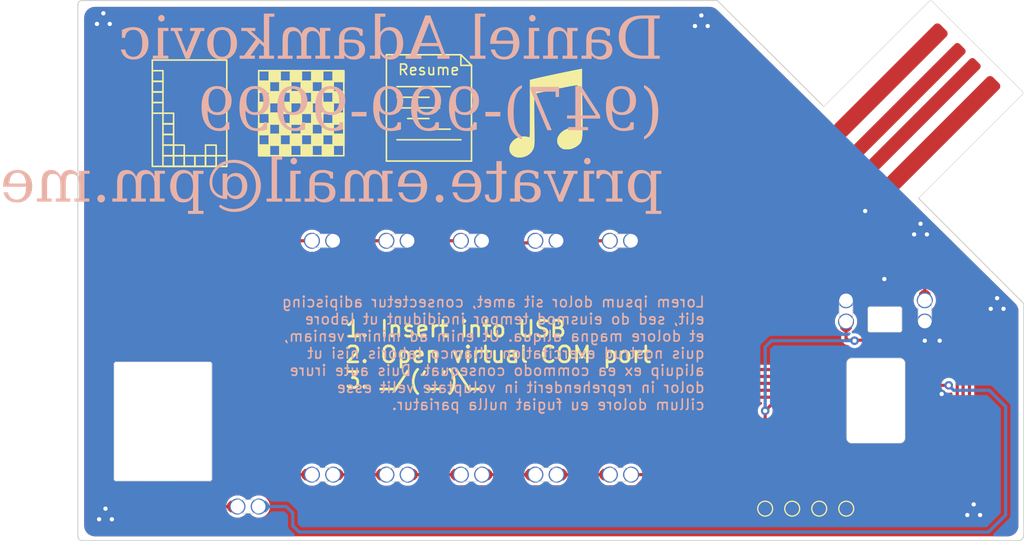
<source format=kicad_pcb>
(kicad_pcb (version 20221018) (generator pcbnew)
  (layers (0 "F.Cu" signal) (31 "B.Cu" signal) (34 "B.Paste" user) (35 "F.Paste" user) (36 "B.SilkS" user "B.Silkscreen") (37 "F.SilkS" user "F.Silkscreen") (38 "B.Mask" user) (39 "F.Mask" user) (44 "Edge.Cuts" user))
  (net 0 "")
  (net 7 "GND")
  (net 8 "Net-(D1-A)")
  (net 9 "Net-(D2-A)")
  (net 10 "Net-(D3-A)")
  (net 11 "Net-(D4-A)")
  (net 12 "Net-(D5-A)")
  (net 13 "Net-(U1-PA3)")
  (net 14 "Net-(U1-PA4)")
  (net 15 "Net-(U1-PA2)")
  (net 16 "Net-(U1-PA1)")
  (net 17 "Net-(U1-PA0)")
  (net 18 "/5V_USB")
  (net 19 "/USB_DM")
  (net 20 "/USB_DP")
  (net 21 "Net-(BZ1-+)")
  (net 22 "/3V3_SUPPLY")
  (net 23 "/SWDIO")
  (net 24 "/SWDCLK")
  (net 25 "Net-(U1-PB1)")
  (footprint "User_0805:C_0805_2012Metric" (layer "F.Cu") (at 67 51 180)
    (fp_text reference "D4" hide)
    (fp_text value "LED" hide)
    (fp_line (start -1 -0.64) (end -1 0.63) (stroke (width 0.05)) (layer "Edge.Cuts"))
    (fp_line (start -1 0.63) (end 1 0.63) (stroke (width 0.05)) (layer "Edge.Cuts"))
    (fp_line (start 1 -0.64) (end -1 -0.64) (stroke (width 0.05)) (layer "Edge.Cuts"))
    (fp_line (start 1 -0.64) (end 1 0.63) (stroke (width 0.05)) (layer "Edge.Cuts"))
  )
  (footprint "LOGO" (layer "F.Cu") (at 81 39)
    (fp_text reference "G***" hide)
    (fp_text value "LOGO" hide)
  )
  (footprint "TestPoint:TestPoint_Pad_D1.0mm" (layer "F.Cu") (at 104.14 76.2)
    (fp_text reference "TP3" hide)
    (fp_text value "TestPoint" hide)
  )
  (footprint "User_0805:C_0805_2012Metric" (layer "F.Cu") (at 53 76)
    (fp_text reference "R6" hide)
    (fp_text value "R_Small" hide)
    (fp_line (start -1 -0.64) (end -1 0.63) (stroke (width 0.05)) (layer "Edge.Cuts"))
    (fp_line (start -1 0.63) (end 1 0.63) (stroke (width 0.05)) (layer "Edge.Cuts"))
    (fp_line (start 1 -0.64) (end -1 -0.64) (stroke (width 0.05)) (layer "Edge.Cuts"))
    (fp_line (start 1 -0.64) (end 1 0.63) (stroke (width 0.05)) (layer "Edge.Cuts"))
  )
  (footprint "User_0805:C_0805_2012Metric" (layer "F.Cu") (at 67 73 180)
    (fp_text reference "R4" hide)
    (fp_text value "R_Small" hide)
    (fp_line (start -1 -0.64) (end -1 0.63) (stroke (width 0.05)) (layer "Edge.Cuts"))
    (fp_line (start -1 0.63) (end 1 0.63) (stroke (width 0.05)) (layer "Edge.Cuts"))
    (fp_line (start 1 -0.64) (end -1 -0.64) (stroke (width 0.05)) (layer "Edge.Cuts"))
    (fp_line (start 1 -0.64) (end 1 0.63) (stroke (width 0.05)) (layer "Edge.Cuts"))
  )
  (footprint "User_Buzzer:Buzzer" (layer "F.Cu") (at 45 68)
    (fp_text reference "BZ1" hide)
    (fp_text value "Buzzer" hide)
    (fp_line (start -4.6 5.4) (end -4.6 -5.4) (stroke (width 0.05)) (layer "Edge.Cuts"))
    (fp_line (start -4.4 -5.6) (end 4.4 -5.6) (stroke (width 0.05)) (layer "Edge.Cuts"))
    (fp_line (start 4.4 5.6) (end -4.4 5.6) (stroke (width 0.05)) (layer "Edge.Cuts"))
    (fp_line (start 4.6 -5.4) (end 4.6 5.4) (stroke (width 0.05)) (layer "Edge.Cuts"))
    (fp_arc (start -4.6 -5.4) (mid -4.541421 -5.541421) (end -4.4 -5.6) (stroke (width 0.05)) (layer "Edge.Cuts"))
    (fp_arc (start -4.4 5.6) (mid -4.541421 5.541421) (end -4.6 5.4) (stroke (width 0.05)) (layer "Edge.Cuts"))
    (fp_arc (start 4.4 -5.6) (mid 4.541421 -5.541421) (end 4.6 -5.4) (stroke (width 0.05)) (layer "Edge.Cuts"))
    (fp_arc (start 4.6 5.4) (mid 4.541421 5.541421) (end 4.4 5.6) (stroke (width 0.05)) (layer "Edge.Cuts"))
  )
  (footprint "User_0805:C_0805_2012Metric" (layer "F.Cu") (at 74 51 180)
    (fp_text reference "D3" hide)
    (fp_text value "LED" hide)
    (fp_line (start -1 -0.64) (end -1 0.63) (stroke (width 0.05)) (layer "Edge.Cuts"))
    (fp_line (start -1 0.63) (end 1 0.63) (stroke (width 0.05)) (layer "Edge.Cuts"))
    (fp_line (start 1 -0.64) (end -1 -0.64) (stroke (width 0.05)) (layer "Edge.Cuts"))
    (fp_line (start 1 -0.64) (end 1 0.63) (stroke (width 0.05)) (layer "Edge.Cuts"))
  )
  (footprint "User_0805:C_0805_2012Metric" (layer "F.Cu") (at 88 51 180)
    (fp_text reference "D2" hide)
    (fp_text value "LED" hide)
    (fp_line (start -1 -0.64) (end -1 0.63) (stroke (width 0.05)) (layer "Edge.Cuts"))
    (fp_line (start -1 0.63) (end 1 0.63) (stroke (width 0.05)) (layer "Edge.Cuts"))
    (fp_line (start 1 -0.64) (end -1 -0.64) (stroke (width 0.05)) (layer "Edge.Cuts"))
    (fp_line (start 1 -0.64) (end 1 0.63) (stroke (width 0.05)) (layer "Edge.Cuts"))
  )
  (footprint "User_0805:C_0805_2012Metric" (layer "F.Cu") (at 109.2 57.6 90)
    (fp_text reference "C2" hide)
    (fp_text value "C_Small" hide)
    (fp_line (start -1 -0.64) (end -1 0.63) (stroke (width 0.05)) (layer "Edge.Cuts"))
    (fp_line (start -1 0.63) (end 1 0.63) (stroke (width 0.05)) (layer "Edge.Cuts"))
    (fp_line (start 1 -0.64) (end -1 -0.64) (stroke (width 0.05)) (layer "Edge.Cuts"))
    (fp_line (start 1 -0.64) (end 1 0.63) (stroke (width 0.05)) (layer "Edge.Cuts"))
  )
  (footprint "User_PCB_Connector:USB_Conn" (layer "F.Cu") (at 107.248171 38.233452 -45)
    (fp_text reference "J1" hide)
    (fp_text value "Conn_01x04_Pin" hide)
    (fp_line (start 0 0.2) (end 0 -13.8) (stroke (width 0.05)) (layer "Edge.Cuts"))
    (fp_line (start 0.2 -14) (end 12.2 -14) (stroke (width 0.05)) (layer "Edge.Cuts"))
    (fp_line (start 12.4 -13.8) (end 12.4 0) (stroke (width 0.05)) (layer "Edge.Cuts"))
    (fp_arc (start 0 -13.8) (mid 0.058578 -13.941421) (end 0.2 -14) (stroke (width 0.05)) (layer "Edge.Cuts"))
    (fp_arc (start 12.2 -14) (mid 12.341421 -13.941422) (end 12.4 -13.8) (stroke (width 0.05)) (layer "Edge.Cuts"))
  )
  (footprint "User_uC:Reverse TSSOP-20_4.4x6.5mm_P0.65mm" (layer "F.Cu") (at 112 66.04 180)
    (fp_text reference "U1" hide)
    (fp_text value "STM32F042F4Px" hide)
    (fp_line (start -2.75 3.5) (end -2.75 -3.5) (stroke (width 0.05)) (layer "Edge.Cuts"))
    (fp_line (start -2.25 -4) (end 2.25 -4) (stroke (width 0.05)) (layer "Edge.Cuts"))
    (fp_line (start 2.25 4) (end -2.25 4) (stroke (width 0.05)) (layer "Edge.Cuts"))
    (fp_line (start 2.75 -3.5) (end 2.75 3.5) (stroke (width 0.05)) (layer "Edge.Cuts"))
    (fp_arc (start -2.75 -3.5) (mid -2.603553 -3.853553) (end -2.25 -4) (stroke (width 0.05)) (layer "Edge.Cuts"))
    (fp_arc (start -2.25 4) (mid -2.603553 3.853553) (end -2.75 3.5) (stroke (width 0.05)) (layer "Edge.Cuts"))
    (fp_arc (start 2.25 -4) (mid 2.603553 -3.853553) (end 2.75 -3.5) (stroke (width 0.05)) (layer "Edge.Cuts"))
    (fp_arc (start 2.75 3.5) (mid 2.603553 3.853553) (end 2.25 4) (stroke (width 0.05)) (layer "Edge.Cuts"))
  )
  (footprint "TestPoint:TestPoint_Pad_D1.0mm" (layer "F.Cu") (at 109.22 76.2)
    (fp_text reference "TP4" hide)
    (fp_text value "TestPoint" hide)
  )
  (footprint "User_0805:C_0805_2012Metric" (layer "F.Cu") (at 74 73 180)
    (fp_text reference "R3" hide)
    (fp_text value "R_Small" hide)
    (fp_line (start -1 -0.64) (end -1 0.63) (stroke (width 0.05)) (layer "Edge.Cuts"))
    (fp_line (start -1 0.63) (end 1 0.63) (stroke (width 0.05)) (layer "Edge.Cuts"))
    (fp_line (start 1 -0.64) (end -1 -0.64) (stroke (width 0.05)) (layer "Edge.Cuts"))
    (fp_line (start 1 -0.64) (end 1 0.63) (stroke (width 0.05)) (layer "Edge.Cuts"))
  )
  (footprint "User_0805:C_0805_2012Metric" (layer "F.Cu") (at 116.6 57.6 -90)
    (fp_text reference "C1" hide)
    (fp_text value "C_Small" hide)
    (fp_line (start -1 -0.64) (end -1 0.63) (stroke (width 0.05)) (layer "Edge.Cuts"))
    (fp_line (start -1 0.63) (end 1 0.63) (stroke (width 0.05)) (layer "Edge.Cuts"))
    (fp_line (start 1 -0.64) (end -1 -0.64) (stroke (width 0.05)) (layer "Edge.Cuts"))
    (fp_line (start 1 -0.64) (end 1 0.63) (stroke (width 0.05)) (layer "Edge.Cuts"))
  )
  (footprint "User_0805:C_0805_2012Metric" (layer "F.Cu") (at 60 51 180)
    (fp_text reference "D5" hide)
    (fp_text value "LED" hide)
    (fp_line (start -1 -0.64) (end -1 0.63) (stroke (width 0.05)) (layer "Edge.Cuts"))
    (fp_line (start -1 0.63) (end 1 0.63) (stroke (width 0.05)) (layer "Edge.Cuts"))
    (fp_line (start 1 -0.64) (end -1 -0.64) (stroke (width 0.05)) (layer "Edge.Cuts"))
    (fp_line (start 1 -0.64) (end 1 0.63) (stroke (width 0.05)) (layer "Edge.Cuts"))
  )
  (footprint "User_Regulator:SOT-23-5" (layer "F.Cu") (at 112.85 58.4 90)
    (fp_text reference "U2" hide)
    (fp_text value "MIC5504-1.2YM5" hide)
    (fp_line (start -1.2 1.4) (end -1.2 -1.4) (stroke (width 0.05)) (layer "Edge.Cuts"))
    (fp_line (start -1 -1.6) (end 1 -1.6) (stroke (width 0.05)) (layer "Edge.Cuts"))
    (fp_line (start 1 1.6) (end -1 1.6) (stroke (width 0.05)) (layer "Edge.Cuts"))
    (fp_line (start 1.2 -1.4) (end 1.2 1.4) (stroke (width 0.05)) (layer "Edge.Cuts"))
    (fp_arc (start -1.2 -1.4) (mid -1.141421 -1.541421) (end -1 -1.6) (stroke (width 0.05)) (layer "Edge.Cuts"))
    (fp_arc (start -1 1.6) (mid -1.141421 1.541421) (end -1.2 1.4) (stroke (width 0.05)) (layer "Edge.Cuts"))
    (fp_arc (start 1 -1.6) (mid 1.141421 -1.541421) (end 1.2 -1.4) (stroke (width 0.05)) (layer "Edge.Cuts"))
    (fp_arc (start 1.2 1.4) (mid 1.141421 1.541421) (end 1 1.6) (stroke (width 0.05)) (layer "Edge.Cuts"))
  )
  (footprint "TestPoint:TestPoint_Pad_D1.0mm" (layer "F.Cu") (at 101.6 76.2)
    (fp_text reference "TP1" hide)
    (fp_text value "TestPoint" hide)
  )
  (footprint "User_0805:C_0805_2012Metric" (layer "F.Cu") (at 60 73 180)
    (fp_text reference "R5" hide)
    (fp_text value "R_Small" hide)
    (fp_line (start -1 -0.64) (end -1 0.63) (stroke (width 0.05)) (layer "Edge.Cuts"))
    (fp_line (start -1 0.63) (end 1 0.63) (stroke (width 0.05)) (layer "Edge.Cuts"))
    (fp_line (start 1 -0.64) (end -1 -0.64) (stroke (width 0.05)) (layer "Edge.Cuts"))
    (fp_line (start 1 -0.64) (end 1 0.63) (stroke (width 0.05)) (layer "Edge.Cuts"))
  )
  (footprint "User_0805:C_0805_2012Metric" (layer "F.Cu") (at 88 73 180)
    (fp_text reference "R2" hide)
    (fp_text value "R_Small" hide)
    (fp_line (start -1 -0.64) (end -1 0.63) (stroke (width 0.05)) (layer "Edge.Cuts"))
    (fp_line (start -1 0.63) (end 1 0.63) (stroke (width 0.05)) (layer "Edge.Cuts"))
    (fp_line (start 1 -0.64) (end -1 -0.64) (stroke (width 0.05)) (layer "Edge.Cuts"))
    (fp_line (start 1 -0.64) (end 1 0.63) (stroke (width 0.05)) (layer "Edge.Cuts"))
  )
  (footprint "User_0805:C_0805_2012Metric" (layer "F.Cu") (at 81 51 180)
    (fp_text reference "D1" hide)
    (fp_text value "LED" hide)
    (fp_line (start -1 -0.64) (end -1 0.63) (stroke (width 0.05)) (layer "Edge.Cuts"))
    (fp_line (start -1 0.63) (end 1 0.63) (stroke (width 0.05)) (layer "Edge.Cuts"))
    (fp_line (start 1 -0.64) (end -1 -0.64) (stroke (width 0.05)) (layer "Edge.Cuts"))
    (fp_line (start 1 -0.64) (end 1 0.63) (stroke (width 0.05)) (layer "Edge.Cuts"))
  )
  (footprint "User_0805:C_0805_2012Metric" (layer "F.Cu") (at 81 73 180)
    (fp_text reference "R1" hide)
    (fp_text value "R_Small" hide)
    (fp_line (start -1 -0.64) (end -1 0.63) (stroke (width 0.05)) (layer "Edge.Cuts"))
    (fp_line (start -1 0.63) (end 1 0.63) (stroke (width 0.05)) (layer "Edge.Cuts"))
    (fp_line (start 1 -0.64) (end -1 -0.64) (stroke (width 0.05)) (layer "Edge.Cuts"))
    (fp_line (start 1 -0.64) (end 1 0.63) (stroke (width 0.05)) (layer "Edge.Cuts"))
  )
  (footprint "TestPoint:TestPoint_Pad_D1.0mm" (layer "F.Cu") (at 106.68 76.2)
    (fp_text reference "TP2" hide)
    (fp_text value "TestPoint" hide)
  )
  (footprint "LOGO" (layer "B.Cu") (at 122.6 36.8 180)
    (fp_text reference "G***" hide)
    (fp_text value "LOGO" hide)
  )
  (gr_rect (start 45 41) (end 46 42) (stroke (width 0.15)) (fill none) (layer "F.SilkS"))
  (gr_line (start 54 41) (end 54 42) (stroke (width 0.15)) (layer "F.SilkS"))
  (gr_rect (start 57 38) (end 59 40) (stroke (width 0.15)) (fill none) (layer "F.SilkS"))
  (gr_rect (start 45 40) (end 46 41) (stroke (width 0.15)) (fill none) (layer "F.SilkS"))
  (gr_rect (start 55 36) (end 61 42) (stroke (width 0.15)) (fill none) (layer "F.SilkS"))
  (gr_line (start 54 39) (end 62 39) (stroke (width 0.15)) (layer "F.SilkS"))
  (gr_line (start 58 35) (end 58 43) (stroke (width 0.15)) (layer "F.SilkS"))
  (gr_rect (start 58 36) (end 59 37) (stroke (width 0.15)) (fill solid) (layer "F.SilkS"))
  (gr_rect (start 56 37) (end 60 41) (stroke (width 0.15)) (fill none) (layer "F.SilkS"))
  (gr_rect (start 46 43) (end 47 44) (stroke (width 0.15)) (fill none) (layer "F.SilkS"))
  (gr_line (start 73 33.5) (end 73 34.5) (stroke (width 0.15)) (layer "F.SilkS"))
  (gr_line (start 55 35) (end 55 36) (stroke (width 0.15)) (layer "F.SilkS"))
  (gr_rect (start 59 39) (end 60 40) (stroke (width 0.15)) (fill solid) (layer "F.SilkS"))
  (gr_rect (start 60 38) (end 61 39) (stroke (width 0.15)) (fill solid) (layer "F.SilkS"))
  (gr_rect (start 56 36) (end 57 37) (stroke (width 0.15)) (fill solid) (layer "F.SilkS"))
  (gr_rect (start 45 43) (end 46 44) (stroke (width 0.15)) (fill none) (layer "F.SilkS"))
  (gr_rect (start 57 37) (end 58 38) (stroke (width 0.15)) (fill solid) (layer "F.SilkS"))
  (gr_rect (start 49 42) (end 50 43) (stroke (width 0.15)) (fill none) (layer "F.SilkS"))
  (gr_rect (start 58 42) (end 59 43) (stroke (width 0.15)) (fill solid) (layer "F.SilkS"))
  (gr_rect (start 58 38) (end 59 39) (stroke (width 0.15)) (fill solid) (layer "F.SilkS"))
  (gr_rect (start 44 37) (end 45 38) (stroke (width 0.15)) (fill none) (layer "F.SilkS"))
  (gr_rect (start 48 43) (end 49 44) (stroke (width 0.15)) (fill none) (layer "F.SilkS"))
  (gr_rect (start 54 35) (end 62 43) (stroke (width 0.15)) (fill none) (layer "F.SilkS"))
  (gr_line (start 74 43.5) (end 74 34.5) (stroke (width 0.15)) (layer "F.SilkS"))
  (gr_line (start 56 35) (end 56 43) (stroke (width 0.15)) (layer "F.SilkS"))
  (gr_rect (start 50 43) (end 51 44) (stroke (width 0.15)) (fill none) (layer "F.SilkS"))
  (gr_rect (start 45 39) (end 46 40) (stroke (width 0.15)) (fill none) (layer "F.SilkS"))
  (gr_rect (start 55 37) (end 56 38) (stroke (width 0.15)) (fill solid) (layer "F.SilkS"))
  (gr_rect (start 56 40) (end 57 41) (stroke (width 0.15)) (fill solid) (layer "F.SilkS"))
  (gr_rect (start 57 35) (end 58 36) (stroke (width 0.15)) (fill solid) (layer "F.SilkS"))
  (gr_rect (start 46 42) (end 47 43) (stroke (width 0.15)) (fill none) (layer "F.SilkS"))
  (gr_line (start 67 36.5) (end 72 36.5) (stroke (width 0.15)) (layer "F.SilkS"))
  (gr_line (start 55 42) (end 55 43) (stroke (width 0.15)) (layer "F.SilkS"))
  (gr_rect (start 61 39) (end 62 40) (stroke (width 0.15)) (fill solid) (layer "F.SilkS"))
  (gr_line (start 60 35) (end 60 37) (stroke (width 0.15)) (layer "F.SilkS"))
  (gr_line (start 54 42) (end 62 42) (stroke (width 0.15)) (layer "F.SilkS"))
  (gr_rect (start 44 36) (end 45 37) (stroke (width 0.15)) (fill none) (layer "F.SilkS"))
  (gr_line (start 54 40) (end 62 40) (stroke (width 0.15)) (layer "F.SilkS"))
  (gr_line (start 60 41) (end 60 43) (stroke (width 0.15)) (layer "F.SilkS"))
  (gr_rect (start 54 36) (end 55 37) (stroke (width 0.15)) (fill solid) (layer "F.SilkS"))
  (gr_line (start 57 35) (end 57 43) (stroke (width 0.15)) (layer "F.SilkS"))
  (gr_line (start 67 41.5) (end 73 41.5) (stroke (width 0.15)) (layer "F.SilkS"))
  (gr_rect (start 47 43) (end 48 44) (stroke (width 0.15)) (fill none) (layer "F.SilkS"))
  (gr_rect (start 54 40) (end 55 41) (stroke (width 0.15)) (fill solid) (layer "F.SilkS"))
  (gr_rect (start 59 37) (end 60 38) (stroke (width 0.15)) (fill solid) (layer "F.SilkS"))
  (gr_rect (start 57 41) (end 58 42) (stroke (width 0.15)) (fill solid) (layer "F.SilkS"))
  (gr_rect (start 55 39) (end 56 40) (stroke (width 0.15)) (fill solid) (layer "F.SilkS"))
  (gr_line (start 61 35) (end 61 36) (stroke (width 0.15)) (layer "F.SilkS"))
  (gr_rect (start 44 38) (end 45 39) (stroke (width 0.15)) (fill none) (layer "F.SilkS"))
  (gr_line (start 55 36) (end 54 36) (stroke (width 0.15)) (layer "F.SilkS"))
  (gr_rect (start 54 42) (end 55 43) (stroke (width 0.15)) (fill solid) (layer "F.SilkS"))
  (gr_line (start 73 33.5) (end 66 33.5) (stroke (width 0.15)) (layer "F.SilkS"))
  (gr_rect (start 55 41) (end 56 42) (stroke (width 0.15)) (fill solid) (layer "F.SilkS"))
  (gr_line (start 74 34.5) (end 73 33.5) (stroke (width 0.15)) (layer "F.SilkS"))
  (gr_line (start 62 40) (end 62 41) (stroke (width 0.15)) (layer "F.SilkS"))
  (gr_line (start 62 41) (end 54 41) (stroke (width 0.15)) (layer "F.SilkS"))
  (gr_rect (start 61 37) (end 62 38) (stroke (width 0.15)) (fill solid) (layer "F.SilkS"))
  (gr_rect (start 55 35) (end 56 36) (stroke (width 0.15)) (fill solid) (layer "F.SilkS"))
  (gr_rect (start 61 41) (end 62 42) (stroke (width 0.15)) (fill solid) (layer "F.SilkS"))
  (gr_rect (start 45 42) (end 46 43) (stroke (width 0.15)) (fill none) (layer "F.SilkS"))
  (gr_rect (start 60 36) (end 61 37) (stroke (width 0.15)) (fill solid) (layer "F.SilkS"))
  (gr_line (start 70 40.5) (end 72 40.5) (stroke (width 0.15)) (layer "F.SilkS"))
  (gr_rect (start 44 34) (end 51 44) (stroke (width 0.15)) (fill none) (layer "F.SilkS"))
  (gr_line (start 68 39.5) (end 70 39.5) (stroke (width 0.15)) (layer "F.SilkS"))
  (gr_rect (start 54 38) (end 55 39) (stroke (width 0.15)) (fill solid) (layer "F.SilkS"))
  (gr_line (start 59 35) (end 59 43) (stroke (width 0.15)) (layer "F.SilkS"))
  (gr_rect (start 59 41) (end 60 42) (stroke (width 0.15)) (fill solid) (layer "F.SilkS"))
  (gr_line (start 54 37) (end 62 37) (stroke (width 0.15)) (layer "F.SilkS"))
  (gr_rect (start 49 43) (end 50 44) (stroke (width 0.15)) (fill none) (layer "F.SilkS"))
  (gr_rect (start 44 35) (end 45 36) (stroke (width 0.15)) (fill none) (layer "F.SilkS"))
  (gr_rect (start 56 38) (end 57 39) (stroke (width 0.15)) (fill solid) (layer "F.SilkS"))
  (gr_line (start 66 43.5) (end 74 43.5) (stroke (width 0.15)) (layer "F.SilkS"))
  (gr_rect (start 58 40) (end 59 41) (stroke (width 0.15)) (fill solid) (layer "F.SilkS"))
  (gr_rect (start 57 39) (end 58 40) (stroke (width 0.15)) (fill solid) (layer "F.SilkS"))
  (gr_line (start 62 38) (end 54 38) (stroke (width 0.15)) (layer "F.SilkS"))
  (gr_rect (start 61 35) (end 62 36) (stroke (width 0.15)) (fill solid) (layer "F.SilkS"))
  (gr_line (start 67 38.5) (end 71 38.5) (stroke (width 0.15)) (layer "F.SilkS"))
  (gr_rect (start 60 42) (end 61 43) (stroke (width 0.15)) (fill solid) (layer "F.SilkS"))
  (gr_rect (start 59 35) (end 60 36) (stroke (width 0.15)) (fill solid) (layer "F.SilkS"))
  (gr_rect (start 60 40) (end 61 41) (stroke (width 0.15)) (fill solid) (layer "F.SilkS"))
  (gr_line (start 66 33.5) (end 66 43.5) (stroke (width 0.15)) (layer "F.SilkS"))
  (gr_line (start 61 42) (end 61 43) (stroke (width 0.15)) (layer "F.SilkS"))
  (gr_line (start 73 34.5) (end 74 34.5) (stroke (width 0.15)) (layer "F.SilkS"))
  (gr_line (start 67 37.5) (end 70 37.5) (stroke (width 0.15)) (layer "F.SilkS"))
  (gr_rect (start 56 42) (end 57 43) (stroke (width 0.15)) (fill solid) (layer "F.SilkS"))
  (gr_line (start 62 36) (end 61 36) (stroke (width 0.15)) (layer "F.SilkS"))
  (gr_line (start 37.4 79.2) (end 125.4 79.2) (stroke (width 0.1)) (layer "Edge.Cuts"))
  (gr_line (start 97.1 28.4) (end 37.4 28.4) (stroke (width 0.1)) (layer "Edge.Cuts"))
  (gr_arc (start 37 28.8) (mid 37.117157 28.517157) (end 37.4 28.4) (stroke (width 0.1)) (layer "Edge.Cuts"))
  (gr_line (start 37 28.8) (end 37 78.8) (stroke (width 0.1)) (layer "Edge.Cuts"))
  (gr_line (start 107.10675 38.374873) (end 97.1 28.4) (stroke (width 0.1)) (layer "Edge.Cuts"))
  (gr_arc (start 37.4 79.2) (mid 37.117157 79.082843) (end 37 78.8) (stroke (width 0.1)) (layer "Edge.Cuts"))
  (gr_line (start 125.9 56.9) (end 125.9 78.7) (stroke (width 0.1)) (layer "Edge.Cuts"))
  (gr_arc (start 125.9 78.7) (mid 125.753553 79.053553) (end 125.4 79.2) (stroke (width 0.1)) (layer "Edge.Cuts"))
  (gr_line (start 116.016295 47.001576) (end 125.9 56.9) (stroke (width 0.1)) (layer "Edge.Cuts"))
  (gr_text "Lorem ipsum dolor sit amet, consectetur adipiscing \nelit, sed do eiusmod tempor incididunt ut labore \net dolore magna aliqua. Ut enim ad minim veniam, \nquis nostrud exercitation ullamco laboris nisi ut \naliquip ex ea commodo consequat. Duis aute irure \ndolor in reprehenderit in voluptate velit esse \ncillum dolore eu fugiat nulla pariatur." (at 96 67) (layer "B.SilkS") (effects (font (size 1 1)) (justify left bottom mirror)))
  (gr_text "Daniel Adamkovic\n(947)-999-9999\nprivate.email@pm.me" (at 92 48) (layer "B.SilkS") (effects (font (size 4 4) (thickness 0.5)) (justify left bottom mirror)))
  (gr_text "Resume" (at 67 35.5) (layer "F.SilkS") (effects (font (size 1 1)) (justify left bottom)))
  (gr_text "1. Insert into USB\n2. Open virtual COM port\n3. _/('_')\\_" (at 62 65) (layer "F.SilkS") (effects (font (size 1.5 1.5) (thickness 0.25)) (justify left bottom)))
  (segment (start 116.4 59.4) (end 116.2 59.2) (width 0.3) (layer "F.Cu") (net 7))
  (segment (start 61.8 50.8) (end 61.6 50.6) (width 0.3) (layer "F.Cu") (net 7))
  (segment (start 75.8 51.2) (end 75.6 51.4) (width 0.3) (layer "F.Cu") (net 7))
  (segment (start 89.8 51) (end 89.8 50.8) (width 0.3) (layer "F.Cu") (net 7))
  (segment (start 68.8 51.2) (end 68.6 51.4) (width 0.3) (layer "F.Cu") (net 7))
  (segment (start 116.6 59.4) (end 116.6 58.75) (width 0.3) (layer "F.Cu") (net 7))
  (segment (start 68.8 51) (end 68.8 51.2) (width 0.3) (layer "F.Cu") (net 7))
  (segment (start 68.8 50.8) (end 68.6 50.6) (width 0.3) (layer "F.Cu") (net 7))
  (segment (start 89.8 50.8) (end 89.6 50.6) (width 0.3) (layer "F.Cu") (net 7))
  (segment (start 82.8 51.2) (end 82.6 51.4) (width 0.3) (layer "F.Cu") (net 7))
  (segment (start 61.8 51) (end 61.8 50.8) (width 0.3) (layer "F.Cu") (net 7))
  (segment (start 61.8 51) (end 61.8 51.2) (width 0.3) (layer "F.Cu") (net 7))
  (segment (start 115.5 65.715) (end 117.88767 65.715) (width 0.3) (layer "F.Cu") (net 7))
  (segment (start 61.8 51.2) (end 61.6 51.4) (width 0.3) (layer "F.Cu") (net 7))
  (segment (start 89.8 51.2) (end 89.6 51.4) (width 0.3) (layer "F.Cu") (net 7))
  (segment (start 118.349747 40.850253) (end 118.349747 40.849747) (width 1) (layer "F.Cu") (net 7))
  (segment (start 82.8 50.8) (end 82.6 50.6) (width 0.3) (layer "F.Cu") (net 7))
  (segment (start 82.8 51) (end 82.8 50.8) (width 0.3) (layer "F.Cu") (net 7))
  (segment (start 116.6 59.4) (end 116.4 59.4) (width 0.3) (layer "F.Cu") (net 7))
  (segment (start 75.8 51) (end 75.15 51) (width 0.3) (layer "F.Cu") (net 7))
  (segment (start 116.8 59.4) (end 117 59.2) (width 0.3) (layer "F.Cu") (net 7))
  (segment (start 75.8 51) (end 75.8 51.2) (width 0.3) (layer "F.Cu") (net 7))
  (segment (start 61.8 51) (end 61.15 51) (width 0.3) (layer "F.Cu") (net 7))
  (segment (start 75.8 50.8) (end 75.6 50.6) (width 0.3) (layer "F.Cu") (net 7))
  (segment (start 118 60.4) (end 116.6 60.4) (width 0.3) (layer "F.Cu") (net 7))
  (segment (start 112.85 54.65) (end 112.8 54.6) (width 0.3) (layer "F.Cu") (net 7))
  (segment (start 82.8 51) (end 82.15 51) (width 0.3) (layer "F.Cu") (net 7))
  (segment (start 89.8 51) (end 89.15 51) (width 0.3) (layer "F.Cu") (net 7))
  (segment (start 112.85 56.4) (end 112.85 54.65) (width 0.3) (layer "F.Cu") (net 7))
  (segment (start 116.6 59.4) (end 116.8 59.4) (width 0.3) (layer "F.Cu") (net 7))
  (segment (start 116.6 60.4) (end 116.6 59.4) (width 0.3) (layer "F.Cu") (net 7))
  (segment (start 75.8 51) (end 75.8 50.8) (width 0.3) (layer "F.Cu") (net 7))
  (segment (start 82.8 51) (end 82.8 51.2) (width 0.3) (layer "F.Cu") (net 7))
  (segment (start 89.8 51) (end 89.8 51.2) (width 0.3) (layer "F.Cu") (net 7))
  (segment (start 68.8 51) (end 68.8 50.8) (width 0.3) (layer "F.Cu") (net 7))
  (segment (start 111 48.2) (end 118.349747 40.850253) (width 1) (layer "F.Cu") (net 7))
  (segment (start 68.8 51) (end 68.15 51) (width 0.3) (layer "F.Cu") (net 7))
  (segment (start 117.88767 65.715) (end 118.188385 65.414285) (width 0.3) (layer "F.Cu") (net 7))
  (via (at 112.8 54.6) (size 0.8) (drill 0.4) (layers "F.Cu" "B.Cu") (net 7))
  (via (at 96.2 30.8) (size 0.8) (drill 0.4) (layers "F.Cu" "B.Cu") (net 7))
  (via (at 39 77.2) (size 0.8) (drill 0.4) (layers "F.Cu" "B.Cu") (net 7))
  (via (at 38.8 30.6) (size 0.8) (drill 0.4) (layers "F.Cu" "B.Cu") (net 7))
  (via (at 116.6 60.4) (size 0.8) (drill 0.4) (layers "F.Cu" "B.Cu") (net 7))
  (via (at 123.4 56.4) (size 0.8) (drill 0.4) (layers "F.Cu" "B.Cu") (net 7))
  (via (at 116.8 50.4) (size 0.8) (drill 0.4) (layers "F.Cu" "B.Cu") (net 7))
  (via (at 121.2 75.8) (size 0.8) (drill 0.4) (layers "F.Cu" "B.Cu") (net 7))
  (via (at 118.188385 65.414285) (size 0.8) (drill 0.4) (layers "F.Cu" "B.Cu") (net 7))
  (via (at 40 30.6) (size 0.8) (drill 0.4) (layers "F.Cu" "B.Cu") (net 7))
  (via (at 124 57.4) (size 0.8) (drill 0.4) (layers "F.Cu" "B.Cu") (net 7))
  (via (at 111 48.2) (size 0.8) (drill 0.4) (layers "F.Cu" "B.Cu") (net 7))
  (via (at 95.6 29.8) (size 0.8) (drill 0.4) (layers "F.Cu" "B.Cu") (net 7))
  (via (at 116.2 49.4) (size 0.8) (drill 0.4) (layers "F.Cu" "B.Cu") (net 7))
  (via (at 122.8 57.4) (size 0.8) (drill 0.4) (layers "F.Cu" "B.Cu") (net 7))
  (via (at 40.2 77.2) (size 0.8) (drill 0.4) (layers "F.Cu" "B.Cu") (net 7))
  (via (at 120.6 76.8) (size 0.8) (drill 0.4) (layers "F.Cu" "B.Cu") (net 7))
  (via (at 39.4 29.6) (size 0.8) (drill 0.4) (layers "F.Cu" "B.Cu") (net 7))
  (via (at 115.6 50.4) (size 0.8) (drill 0.4) (layers "F.Cu" "B.Cu") (net 7))
  (via (at 95 30.8) (size 0.8) (drill 0.4) (layers "F.Cu" "B.Cu") (net 7))
  (via (at 118 60.4) (size 0.8) (drill 0.4) (layers "F.Cu" "B.Cu") (net 7))
  (via (at 39.6 76.2) (size 0.8) (drill 0.4) (layers "F.Cu" "B.Cu") (net 7))
  (via (at 121.8 76.8) (size 0.8) (drill 0.4) (layers "F.Cu" "B.Cu") (net 7))
  (segment (start 77.6 51.2) (end 79.8 51.2) (width 0.3) (layer "F.Cu") (net 8))
  (segment (start 58.2 54.6) (end 58.8 54) (width 0.3) (layer "F.Cu") (net 8))
  (segment (start 79.2 73) (end 79.2 73.2) (width 0.3) (layer "F.Cu") (net 8))
  (segment (start 79.2 73) (end 79.85 73) (width 0.3) (layer "F.Cu") (net 8))
  (segment (start 76.85 72.45) (end 76.2 71.8) (width 0.3) (layer "F.Cu") (net 8))
  (segment (start 79.2 72.8) (end 79.4 72.6) (width 0.3) (layer "F.Cu") (net 8))
  (segment (start 78.577818 73) (end 78.027817 72.45) (width 0.3) (layer "F.Cu") (net 8))
  (segment (start 58.2 69.4) (end 58.2 54.6) (width 0.3) (layer "F.Cu") (net 8))
  (segment (start 78.027817 72.45) (end 76.85 72.45) (width 0.3) (layer "F.Cu") (net 8))
  (segment (start 79.2 73.2) (end 79.4 73.4) (width 0.3) (layer "F.Cu") (net 8))
  (segment (start 70.4 71.8) (end 69.65 71.05) (width 0.3) (layer "F.Cu") (net 8))
  (segment (start 69.65 71.05) (end 63.45 71.05) (width 0.3) (layer "F.Cu") (net 8))
  (segment (start 79.2 73) (end 79.2 72.8) (width 0.3) (layer "F.Cu") (net 8))
  (segment (start 79.8 51.2) (end 79.85 51.15) (width 0.3) (layer "F.Cu") (net 8))
  (segment (start 76.4 54) (end 77.2 53.2) (width 0.3) (layer "F.Cu") (net 8))
  (segment (start 79.85 51.15) (end 79.85 51) (width 0.3) (layer "F.Cu") (net 8))
  (segment (start 58.8 54) (end 76.4 54) (width 0.3) (layer "F.Cu") (net 8))
  (segment (start 79.2 73) (end 78.577818 73) (width 0.3) (layer "F.Cu") (net 8))
  (segment (start 77.2 53.2) (end 77.2 51.6) (width 0.3) (layer "F.Cu") (net 8))
  (segment (start 63.45 71.05) (end 62.7 70.3) (width 0.3) (layer "F.Cu") (net 8))
  (segment (start 77.2 51.6) (end 77.6 51.2) (width 0.3) (layer "F.Cu") (net 8))
  (segment (start 76.2 71.8) (end 70.4 71.8) (width 0.3) (layer "F.Cu") (net 8))
  (segment (start 59.1 70.3) (end 58.2 69.4) (width 0.3) (layer "F.Cu") (net 8))
  (segment (start 62.7 70.3) (end 59.1 70.3) (width 0.3) (layer "F.Cu") (net 8))
  (segment (start 84.4 51.4) (end 84.8 51) (width 0.3) (layer "F.Cu") (net 9))
  (segment (start 70.577818 71.2) (end 69.877818 70.5) (width 0.3) (layer "F.Cu") (net 9))
  (segment (start 86.2 73) (end 85.377818 73) (width 0.3) (layer "F.Cu") (net 9))
  (segment (start 84.8 51) (end 86.85 51) (width 0.3) (layer "F.Cu") (net 9))
  (segment (start 76.4 71.2) (end 70.577818 71.2) (width 0.3) (layer "F.Cu") (net 9))
  (segment (start 59.55 69.75) (end 58.8 69) (width 0.3) (layer "F.Cu") (net 9))
  (segment (start 82.6 71.8) (end 77 71.8) (width 0.3) (layer "F.Cu") (net 9))
  (segment (start 58.8 69) (end 58.8 54.8) (width 0.3) (layer "F.Cu") (net 9))
  (segment (start 83.25 72.45) (end 82.6 71.8) (width 0.3) (layer "F.Cu") (net 9))
  (segment (start 59.05 54.55) (end 83.65 54.55) (width 0.3) (layer "F.Cu") (net 9))
  (segment (start 86.2 73) (end 86.2 72.8) (width 0.3) (layer "F.Cu") (net 9))
  (segment (start 86.2 72.8) (end 86.4 72.6) (width 0.3) (layer "F.Cu") (net 9))
  (segment (start 85.377818 73) (end 84.827817 72.45) (width 0.3) (layer "F.Cu") (net 9))
  (segment (start 86.2 73) (end 86.2 73.2) (width 0.3) (layer "F.Cu") (net 9))
  (segment (start 86.2 73) (end 86.85 73) (width 0.3) (layer "F.Cu") (net 9))
  (segment (start 62.927818 69.75) (end 59.55 69.75) (width 0.3) (layer "F.Cu") (net 9))
  (segment (start 63.677818 70.5) (end 62.927818 69.75) (width 0.3) (layer "F.Cu") (net 9))
  (segment (start 77 71.8) (end 76.4 71.2) (width 0.3) (layer "F.Cu") (net 9))
  (segment (start 84.827817 72.45) (end 83.25 72.45) (width 0.3) (layer "F.Cu") (net 9))
  (segment (start 69.877818 70.5) (end 63.677818 70.5) (width 0.3) (layer "F.Cu") (net 9))
  (segment (start 86.2 73.2) (end 86.4 73.4) (width 0.3) (layer "F.Cu") (net 9))
  (segment (start 83.65 54.55) (end 84.4 53.8) (width 0.3) (layer "F.Cu") (net 9))
  (segment (start 84.4 53.8) (end 84.4 51.4) (width 0.3) (layer "F.Cu") (net 9))
  (segment (start 58.8 54.8) (end 59.05 54.55) (width 0.3) (layer "F.Cu") (net 9))
  (segment (start 72.2 73) (end 70.6 73) (width 0.3) (layer "F.Cu") (net 10))
  (segment (start 69.2 71.6) (end 63 71.6) (width 0.3) (layer "F.Cu") (net 10))
  (segment (start 62.25 70.85) (end 58.45 70.85) (width 0.3) (layer "F.Cu") (net 10))
  (segment (start 70.8 51) (end 72.85 51) (width 0.3) (layer "F.Cu") (net 10))
  (segment (start 70.6 73) (end 69.2 71.6) (width 0.3) (layer "F.Cu") (net 10))
  (segment (start 58.45 70.85) (end 57.4 69.8) (width 0.3) (layer "F.Cu") (net 10))
  (segment (start 70.4 51.4) (end 70.8 51) (width 0.3) (layer "F.Cu") (net 10))
  (segment (start 57.85 53.35) (end 69.85 53.35) (width 0.3) (layer "F.Cu") (net 10))
  (segment (start 72.2 73) (end 72.2 73.2) (width 0.3) (layer "F.Cu") (net 10))
  (segment (start 69.85 53.35) (end 70.4 52.8) (width 0.3) (layer "F.Cu") (net 10))
  (segment (start 57.4 53.8) (end 57.85 53.35) (width 0.3) (layer "F.Cu") (net 10))
  (segment (start 72.2 73.2) (end 72.4 73.4) (width 0.3) (layer "F.Cu") (net 10))
  (segment (start 57.4 69.8) (end 57.4 53.8) (width 0.3) (layer "F.Cu") (net 10))
  (segment (start 72.2 73) (end 72.2 72.8) (width 0.3) (layer "F.Cu") (net 10))
  (segment (start 72.2 72.8) (end 72.4 72.6) (width 0.3) (layer "F.Cu") (net 10))
  (segment (start 72.2 73) (end 72.85 73) (width 0.3) (layer "F.Cu") (net 10))
  (segment (start 70.4 52.8) (end 70.4 51.4) (width 0.3) (layer "F.Cu") (net 10))
  (segment (start 63 71.6) (end 62.25 70.85) (width 0.3) (layer "F.Cu") (net 10))
  (segment (start 63.2 52.8) (end 63.6 52.4) (width 0.3) (layer "F.Cu") (net 11))
  (segment (start 65.2 73) (end 63.6 73) (width 0.3) (layer "F.Cu") (net 11))
  (segment (start 63.6 73) (end 62.2 71.6) (width 0.3) (layer "F.Cu") (net 11))
  (segment (start 65.2 73.2) (end 65.4 73.4) (width 0.3) (layer "F.Cu") (net 11))
  (segment (start 56.8 53.4) (end 57.4 52.8) (width 0.3) (layer "F.Cu") (net 11))
  (segment (start 63.6 51.4) (end 64 51) (width 0.3) (layer "F.Cu") (net 11))
  (segment (start 63.6 52.4) (end 63.6 51.4) (width 0.3) (layer "F.Cu") (net 11))
  (segment (start 64 51) (end 65.85 51) (width 0.3) (layer "F.Cu") (net 11))
  (segment (start 65.2 73) (end 65.2 73.2) (width 0.3) (layer "F.Cu") (net 11))
  (segment (start 65.2 72.8) (end 65.4 72.6) (width 0.3) (layer "F.Cu") (net 11))
  (segment (start 62.2 71.6) (end 58.2 71.6) (width 0.3) (layer "F.Cu") (net 11))
  (segment (start 58.2 71.6) (end 56.8 70.2) (width 0.3) (layer "F.Cu") (net 11))
  (segment (start 65.2 73) (end 65.2 72.8) (width 0.3) (layer "F.Cu") (net 11))
  (segment (start 57.4 52.8) (end 63.2 52.8) (width 0.3) (layer "F.Cu") (net 11))
  (segment (start 56.8 70.2) (end 56.8 53.4) (width 0.3) (layer "F.Cu") (net 11))
  (segment (start 65.2 73) (end 65.85 73) (width 0.3) (layer "F.Cu") (net 11))
  (segment (start 58.2 72.8) (end 58.4 72.6) (width 0.3) (layer "F.Cu") (net 12))
  (segment (start 58.2 73) (end 57.6 73) (width 0.3) (layer "F.Cu") (net 12))
  (segment (start 57.6 73) (end 56 71.4) (width 0.3) (layer "F.Cu") (net 12))
  (segment (start 56 52.4) (end 57.4 51) (width 0.3) (layer "F.Cu") (net 12))
  (segment (start 57.4 51) (end 58.85 51) (width 0.3) (layer "F.Cu") (net 12))
  (segment (start 58.2 73.2) (end 58.4 73.4) (width 0.3) (layer "F.Cu") (net 12))
  (segment (start 56 71.4) (end 56 52.4) (width 0.3) (layer "F.Cu") (net 12))
  (segment (start 58.2 73) (end 58.2 72.8) (width 0.3) (layer "F.Cu") (net 12))
  (segment (start 58.2 73) (end 58.85 73) (width 0.3) (layer "F.Cu") (net 12))
  (segment (start 58.2 73) (end 58.2 73.2) (width 0.3) (layer "F.Cu") (net 12))
  (segment (start 82.8 73) (end 82.8 72.8) (width 0.3) (layer "F.Cu") (net 13))
  (segment (start 92.65 73.55) (end 90.076346 73.55) (width 0.3) (layer "F.Cu") (net 13))
  (segment (start 82.8 73.2) (end 82.6 73.4) (width 0.3) (layer "F.Cu") (net 13))
  (segment (start 82.8 73) (end 82.8 73.2) (width 0.3) (layer "F.Cu") (net 13))
  (segment (start 96.435 63.765) (end 93.8 66.4) (width 0.3) (layer "F.Cu") (net 13))
  (segment (start 82.8 73) (end 82.15 73) (width 0.3) (layer "F.Cu") (net 13))
  (segment (start 108.5 63.765) (end 96.435 63.765) (width 0.3) (layer "F.Cu") (net 13))
  (segment (start 89.476346 74.15) (end 85.75 74.15) (width 0.3) (layer "F.Cu") (net 13))
  (segment (start 84.6 73) (end 82.8 73) (width 0.3) (layer "F.Cu") (net 13))
  (segment (start 90.076346 73.55) (end 89.476346 74.15) (width 0.3) (layer "F.Cu") (net 13))
  (segment (start 93.8 66.4) (end 93.8 72.4) (width 0.3) (layer "F.Cu") (net 13))
  (segment (start 85.75 74.15) (end 84.6 73) (width 0.3) (layer "F.Cu") (net 13))
  (segment (start 82.8 72.8) (end 82.6 72.6) (width 0.3) (layer "F.Cu") (net 13))
  (segment (start 93.8 72.4) (end 92.65 73.55) (width 0.3) (layer "F.Cu") (net 13))
  (segment (start 93.25 66.172182) (end 93.25 72.15) (width 0.3) (layer "F.Cu") (net 14))
  (segment (start 93.25 72.15) (end 92.4 73) (width 0.3) (layer "F.Cu") (net 14))
  (segment (start 92.4 73) (end 89.15 73) (width 0.3) (layer "F.Cu") (net 14))
  (segment (start 108.5 63.115) (end 96.307182 63.115) (width 0.3) (layer "F.Cu") (net 14))
  (segment (start 96.307182 63.115) (end 93.25 66.172182) (width 0.3) (layer "F.Cu") (net 14))
  (segment (start 90.304164 74.1) (end 89.704163 74.7) (width 0.3) (layer "F.Cu") (net 15))
  (segment (start 75.8 72.8) (end 75.6 72.6) (width 0.25) (layer "F.Cu") (net 15))
  (segment (start 75.8 73.2) (end 75.6 73.4) (width 0.25) (layer "F.Cu") (net 15))
  (segment (start 84.972182 74.15) (end 78.95 74.15) (width 0.3) (layer "F.Cu") (net 15))
  (segment (start 85.522182 74.7) (end 84.972182 74.15) (width 0.3) (layer "F.Cu") (net 15))
  (segment (start 94.4 66.6) (end 94.4 72.577817) (width 0.3) (layer "F.Cu") (net 15))
  (segment (start 75.8 73) (end 75.125 73) (width 0.25) (layer "F.Cu") (net 15))
  (segment (start 75.8 73) (end 75.8 73.2) (width 0.25) (layer "F.Cu") (net 15))
  (segment (start 89.704163 74.7) (end 85.522182 74.7) (width 0.3) (layer "F.Cu") (net 15))
  (segment (start 77.8 73) (end 75.8 73) (width 0.3) (layer "F.Cu") (net 15))
  (segment (start 92.877817 74.1) (end 90.304164 74.1) (width 0.3) (layer "F.Cu") (net 15))
  (segment (start 78.95 74.15) (end 77.8 73) (width 0.3) (layer "F.Cu") (net 15))
  (segment (start 96.585 64.415) (end 94.4 66.6) (width 0.3) (layer "F.Cu") (net 15))
  (segment (start 108.5 64.415) (end 96.585 64.415) (width 0.3) (layer "F.Cu") (net 15))
  (segment (start 94.4 72.577817) (end 92.877817 74.1) (width 0.3) (layer "F.Cu") (net 15))
  (segment (start 75.8 73) (end 75.8 72.8) (width 0.25) (layer "F.Cu") (net 15))
  (segment (start 68.8 73) (end 68.8 73.2) (width 0.25) (layer "F.Cu") (net 16))
  (segment (start 70.25 73.65) (end 69.6 73) (width 0.3) (layer "F.Cu") (net 16))
  (segment (start 96.898604 65.065) (end 95 66.963604) (width 0.3) (layer "F.Cu") (net 16))
  (segment (start 69.6 73) (end 68.8 73) (width 0.3) (layer "F.Cu") (net 16))
  (segment (start 93.105634 74.65) (end 90.531981 74.65) (width 0.3) (layer "F.Cu") (net 16))
  (segment (start 95 66.963604) (end 95 72.755634) (width 0.3) (layer "F.Cu") (net 16))
  (segment (start 75.592462 74.15) (end 71.55 74.15) (width 0.3) (layer "F.Cu") (net 16))
  (segment (start 68.8 73.2) (end 68.6 73.4) (width 0.25) (layer "F.Cu") (net 16))
  (segment (start 85.294364 75.25) (end 84.744364 74.7) (width 0.3) (layer "F.Cu") (net 16))
  (segment (start 95 72.755634) (end 93.105634 74.65) (width 0.3) (layer "F.Cu") (net 16))
  (segment (start 78.722183 74.7) (end 77.622182 73.6) (width 0.3) (layer "F.Cu") (net 16))
  (segment (start 68.8 73) (end 68.125 73) (width 0.25) (layer "F.Cu") (net 16))
  (segment (start 108.5 65.065) (end 96.898604 65.065) (width 0.3) (layer "F.Cu") (net 16))
  (segment (start 68.8 73) (end 68.8 72.8) (width 0.25) (layer "F.Cu") (net 16))
  (segment (start 68.8 72.8) (end 68.6 72.6) (width 0.25) (layer "F.Cu") (net 16))
  (segment (start 89.93198 75.25) (end 85.294364 75.25) (width 0.3) (layer "F.Cu") (net 16))
  (segment (start 84.744364 74.7) (end 78.722183 74.7) (width 0.3) (layer "F.Cu") (net 16))
  (segment (start 71.55 74.15) (end 71.049999 73.65) (width 0.3) (layer "F.Cu") (net 16))
  (segment (start 71.049999 73.65) (end 70.25 73.65) (width 0.3) (layer "F.Cu") (net 16))
  (segment (start 90.531981 74.65) (end 89.93198 75.25) (width 0.3) (layer "F.Cu") (net 16))
  (segment (start 77.622182 73.6) (end 76.142462 73.6) (width 0.3) (layer "F.Cu") (net 16))
  (segment (start 76.142462 73.6) (end 75.592462 74.15) (width 0.3) (layer "F.Cu") (net 16))
  (segment (start 61.8 73) (end 61.8 72.8) (width 0.25) (layer "F.Cu") (net 17))
  (segment (start 90.159797 75.8) (end 85.066546 75.8) (width 0.3) (layer "F.Cu") (net 17))
  (segment (start 64 74.2) (end 62.8 73) (width 0.3) (layer "F.Cu") (net 17))
  (segment (start 77.444364 74.2) (end 76.32028 74.2) (width 0.3) (layer "F.Cu") (net 17))
  (segment (start 61.8 72.8) (end 61.6 72.6) (width 0.25) (layer "F.Cu") (net 17))
  (segment (start 78.494366 75.25) (end 77.444364 74.2) (width 0.3) (layer "F.Cu") (net 17))
  (segment (start 97.085 65.715) (end 95.6 67.2) (width 0.3) (layer "F.Cu") (net 17))
  (segment (start 108.5 65.715) (end 97.085 65.715) (width 0.3) (layer "F.Cu") (net 17))
  (segment (start 85.066546 75.8) (end 84.516546 75.25) (width 0.3) (layer "F.Cu") (net 17))
  (segment (start 75.820279 74.7) (end 71.322182 74.7) (width 0.3) (layer "F.Cu") (net 17))
  (segment (start 95.6 72.933451) (end 93.333451 75.2) (width 0.3) (layer "F.Cu") (net 17))
  (segment (start 61.8 73) (end 61.125 73) (width 0.25) (layer "F.Cu") (net 17))
  (segment (start 61.8 73) (end 61.8 73.2) (width 0.25) (layer "F.Cu") (net 17))
  (segment (start 76.32028 74.2) (end 75.820279 74.7) (width 0.3) (layer "F.Cu") (net 17))
  (segment (start 95.6 67.2) (end 95.6 72.933451) (width 0.3) (layer "F.Cu") (net 17))
  (segment (start 62.8 73) (end 61.8 73) (width 0.3) (layer "F.Cu") (net 17))
  (segment (start 84.516546 75.25) (end 78.494366 75.25) (width 0.3) (layer "F.Cu") (net 17))
  (segment (start 93.333451 75.2) (end 90.759798 75.2) (width 0.3) (layer "F.Cu") (net 17))
  (segment (start 71.322182 74.7) (end 70.822182 74.2) (width 0.3) (layer "F.Cu") (net 17))
  (segment (start 90.759798 75.2) (end 90.159797 75.8) (width 0.3) (layer "F.Cu") (net 17))
  (segment (start 70.822182 74.2) (end 64 74.2) (width 0.3) (layer "F.Cu") (net 17))
  (segment (start 61.8 73.2) (end 61.6 73.4) (width 0.25) (layer "F.Cu") (net 17))
  (segment (start 105.6 47.2) (end 111.9 53.5) (width 0.3) (layer "F.Cu") (net 18))
  (segment (start 116.8 55.8) (end 117 56) (width 0.3) (layer "F.Cu") (net 18))
  (segment (start 116.4 54.8) (end 116.6 55) (width 0.3) (layer "F.Cu") (net 18))
  (segment (start 116.6 55.8) (end 116.6 56.45) (width 0.3) (layer "F.Cu") (net 18))
  (segment (start 113.4 35.9) (end 105.6 43.7) (width 0.3) (layer "F.Cu") (net 18))
  (segment (start 105.6 43.7) (end 105.6 47.2) (width 0.3) (layer "F.Cu") (net 18))
  (segment (start 113.8 53.8) (end 113.8 54.8) (width 0.3) (layer "F.Cu") (net 18))
  (segment (start 113.8 54.8) (end 116.4 54.8) (width 0.3) (layer "F.Cu") (net 18))
  (segment (start 111.9 53.5) (end 113.5 53.5) (width 0.3) (layer "F.Cu") (net 18))
  (segment (start 113.5 53.5) (end 113.8 53.8) (width 0.3) (layer "F.Cu") (net 18))
  (segment (start 113.8 54.8) (end 113.8 56.4) (width 0.3) (layer "F.Cu") (net 18))
  (segment (start 116.4 55.8) (end 116.2 56) (width 0.3) (layer "F.Cu") (net 18))
  (segment (start 116.6 55.8) (end 116.8 55.8) (width 0.3) (layer "F.Cu") (net 18))
  (segment (start 116.6 55) (end 116.6 55.8) (width 0.3) (layer "F.Cu") (net 18))
  (segment (start 116.6 55.8) (end 116.4 55.8) (width 0.3) (layer "F.Cu") (net 18))
  (segment (start 111.9 53.5) (end 111.9 56.4) (width 0.3) (layer "F.Cu") (net 18))
  (segment (start 120.2 66.2) (end 119.4 67) (width 0.3) (layer "F.Cu") (net 19))
  (segment (start 107.6 45.235534) (end 107.6 48) (width 0.3) (layer "F.Cu") (net 19))
  (segment (start 115.515 67) (end 115.5 67.015) (width 0.3) (layer "F.Cu") (net 19))
  (segment (start 118.4 52.4) (end 120.2 54.2) (width 0.3) (layer "F.Cu") (net 19))
  (segment (start 112 52.4) (end 118.4 52.4) (width 0.3) (layer "F.Cu") (net 19))
  (segment (start 120.2 54.2) (end 120.2 66.2) (width 0.3) (layer "F.Cu") (net 19))
  (segment (start 107.6 48) (end 112 52.4) (width 0.3) (layer "F.Cu") (net 19))
  (segment (start 115.167767 37.667767) (end 107.6 45.235534) (width 0.3) (layer "F.Cu") (net 19))
  (segment (start 119.4 67) (end 115.515 67) (width 0.3) (layer "F.Cu") (net 19))
  (segment (start 116.51802 39.08198) (end 109.6 46) (width 0.3) (layer "F.Cu") (net 20))
  (segment (start 112.6 51.8) (end 118.577818 51.8) (width 0.3) (layer "F.Cu") (net 20))
  (segment (start 109.6 46) (end 109.6 48.8) (width 0.3) (layer "F.Cu") (net 20))
  (segment (start 120.8 66.377818) (end 119.512818 67.665) (width 0.3) (layer "F.Cu") (net 20))
  (segment (start 116.581981 39.08198) (end 116.51802 39.08198) (width 0.3) (layer "F.Cu") (net 20))
  (segment (start 118.577818 51.8) (end 120.8 54.022182) (width 0.3) (layer "F.Cu") (net 20))
  (segment (start 120.8 54.022182) (end 120.8 66.377818) (width 0.3) (layer "F.Cu") (net 20))
  (segment (start 119.512818 67.665) (end 115.5 67.665) (width 0.3) (layer "F.Cu") (net 20))
  (segment (start 109.6 48.8) (end 112.6 51.8) (width 0.3) (layer "F.Cu") (net 20))
  (segment (start 45 75) (end 47.2 75) (width 0.3) (layer "F.Cu") (net 21))
  (segment (start 47.2 75) (end 48.2 76) (width 0.3) (layer "F.Cu") (net 21))
  (segment (start 51.2 76) (end 51.2 75.8) (width 0.3) (layer "F.Cu") (net 21))
  (segment (start 51.2 75.8) (end 51.4 75.6) (width 0.3) (layer "F.Cu") (net 21))
  (segment (start 51.2 76) (end 51.85 76) (width 0.3) (layer "F.Cu") (net 21))
  (segment (start 48.2 76) (end 51.2 76) (width 0.3) (layer "F.Cu") (net 21))
  (segment (start 51.2 76.2) (end 51.4 76.4) (width 0.3) (layer "F.Cu") (net 21))
  (segment (start 51.2 76) (end 51.2 76.2) (width 0.3) (layer "F.Cu") (net 21))
  (segment (start 111.9 61.3) (end 112.2 61.6) (width 0.3) (layer "F.Cu") (net 22))
  (segment (start 101.6 67) (end 102.2 66.4) (width 0.3) (layer "F.Cu") (net 22))
  (segment (start 119.2 61.6) (end 119.65 62.05) (width 0.3) (layer "F.Cu") (net 22))
  (segment (start 110 60.4) (end 109.95 60.35) (width 0.3) (layer "F.Cu") (net 22))
  (segment (start 111.9 60.35) (end 110.05 60.35) (width 0.3) (layer "F.Cu") (net 22))
  (segment (start 109.95 60.35) (end 109.35 60.35) (width 0.3) (layer "F.Cu") (net 22))
  (segment (start 101.6 76.2) (end 101.6 67) (width 0.3) (layer "F.Cu") (net 22))
  (segment (start 109.2 60.2) (end 109.2 59.4) (width 0.3) (layer "F.Cu") (net 22))
  (segment (start 109.2 59.4) (end 109.2 58.75) (width 0.3) (layer "F.Cu") (net 22))
  (segment (start 109 59.4) (end 108.8 59.2) (width 0.3) (layer "F.Cu") (net 22))
  (segment (start 119.65 62.05) (end 119.65 65.972182) (width 0.3) (layer "F.Cu") (net 22))
  (segment (start 109.4 59.4) (end 109.6 59.2) (width 0.3) (layer "F.Cu") (net 22))
  (segment (start 108.4525 66.4) (end 108.5 66.3525) (width 0.3) (layer "F.Cu") (net 22))
  (segment (start 110.05 60.35) (end 110 60.4) (width 0.3) (layer "F.Cu") (net 22))
  (segment (start 111.9 60.35) (end 111.9 61.3) (width 0.3) (layer "F.Cu") (net 22))
  (segment (start 119.65 65.972182) (end 119.269682 66.3525) (width 0.3) (layer "F.Cu") (net 22))
  (segment (start 109.2 59.4) (end 109 59.4) (width 0.3) (layer "F.Cu") (net 22))
  (segment (start 112.2 61.6) (end 119.2 61.6) (width 0.3) (layer "F.Cu") (net 22))
  (segment (start 102.2 66.4) (end 108.4525 66.4) (width 0.3) (layer "F.Cu") (net 22))
  (segment (start 119.269682 66.3525) (end 115.5 66.3525) (width 0.3) (layer "F.Cu") (net 22))
  (segment (start 109.2 59.4) (end 109.4 59.4) (width 0.3) (layer "F.Cu") (net 22))
  (segment (start 109.35 60.35) (end 109.2 60.2) (width 0.3) (layer "F.Cu") (net 22))
  (via (at 101.6 67) (size 0.8) (drill 0.4) (layers "F.Cu" "B.Cu") (net 22))
  (via (at 110 60.4) (size 0.8) (drill 0.4) (layers "F.Cu" "B.Cu") (net 22))
  (segment (start 101.6 61) (end 101.6 67) (width 0.3) (layer "B.Cu") (net 22))
  (segment (start 110 60.4) (end 102.2 60.4) (width 0.3) (layer "B.Cu") (net 22))
  (segment (start 102.2 60.4) (end 101.6 61) (width 0.3) (layer "B.Cu") (net 22))
  (segment (start 117.305318 68.3275) (end 115.5 68.3275) (width 0.3) (layer "F.Cu") (net 23))
  (segment (start 107.65 71.95) (end 117.427818 71.95) (width 0.3) (layer "F.Cu") (net 23))
  (segment (start 117.427818 71.95) (end 118.35 71.027818) (width 0.3) (layer "F.Cu") (net 23))
  (segment (start 118.35 71.027818) (end 118.35 69.372182) (width 0.3) (layer "F.Cu") (net 23))
  (segment (start 118.35 69.372182) (end 117.305318 68.3275) (width 0.3) (layer "F.Cu") (net 23))
  (segment (start 106.68 76.2) (end 106.68 72.92) (width 0.3) (layer "F.Cu") (net 23))
  (segment (start 106.68 72.92) (end 107.65 71.95) (width 0.3) (layer "F.Cu") (net 23))
  (segment (start 104.14 76.2) (end 104.14 72.66) (width 0.3) (layer "F.Cu") (net 24))
  (segment (start 104.14 72.66) (end 105.4 71.4) (width 0.3) (layer "F.Cu") (net 24))
  (segment (start 117.165 68.965) (end 115.5 68.965) (width 0.3) (layer "F.Cu") (net 24))
  (segment (start 117.8 70.8) (end 117.8 69.6) (width 0.3) (layer "F.Cu") (net 24))
  (segment (start 117.8 69.6) (end 117.165 68.965) (width 0.3) (layer "F.Cu") (net 24))
  (segment (start 105.4 71.4) (end 117.2 71.4) (width 0.3) (layer "F.Cu") (net 24))
  (segment (start 117.2 71.4) (end 117.8 70.8) (width 0.3) (layer "F.Cu") (net 24))
  (segment (start 117.6 64.6) (end 117.135 65.065) (width 0.3) (layer "F.Cu") (net 25))
  (segment (start 118.8505 64.6) (end 117.6 64.6) (width 0.3) (layer "F.Cu") (net 25))
  (segment (start 117.135 65.065) (end 115.5 65.065) (width 0.3) (layer "F.Cu") (net 25))
  (via (at 118.8505 64.6) (size 0.8) (drill 0.4) (layers "F.Cu" "B.Cu") (net 25))
  (segment (start 118.8505 64.6) (end 119.3155 65.065) (width 0.3) (layer "B.Cu") (net 25))
  (segment (start 54.8 76.2) (end 54.6 76.4) (width 0.3) (layer "B.Cu") (net 25))
  (segment (start 57.8 78.4) (end 57.2 77.8) (width 0.3) (layer "B.Cu") (net 25))
  (segment (start 57.2 77.8) (end 57.2 76.6) (width 0.3) (layer "B.Cu") (net 25))
  (segment (start 122.665 65.065) (end 124.2 66.6) (width 0.3) (layer "B.Cu") (net 25))
  (segment (start 119.3155 65.065) (end 122.665 65.065) (width 0.3) (layer "B.Cu") (net 25))
  (segment (start 54.8 76) (end 54.8 76.2) (width 0.3) (layer "B.Cu") (net 25))
  (segment (start 124.2 66.6) (end 124.2 76.8) (width 0.3) (layer "B.Cu") (net 25))
  (segment (start 54.8 76) (end 54.8 75.8) (width 0.3) (layer "B.Cu") (net 25))
  (segment (start 54.8 75.8) (end 54.6 75.6) (width 0.3) (layer "B.Cu") (net 25))
  (segment (start 56.6 76) (end 54.8 76) (width 0.3) (layer "B.Cu") (net 25))
  (segment (start 57.2 76.6) (end 56.6 76) (width 0.3) (layer "B.Cu") (net 25))
  (segment (start 124.2 76.8) (end 122.6 78.4) (width 0.3) (layer "B.Cu") (net 25))
  (segment (start 54.8 76) (end 54.15 76) (width 0.3) (layer "B.Cu") (net 25))
  (segment (start 122.6 78.4) (end 57.8 78.4) (width 0.3) (layer "B.Cu") (net 25))
  (zone (net 7) (net_name "GND") (layers "F&B.Cu") (connect_pads yes (clearance 0.3)) (min_thickness 0.25) (fill yes (thermal_gap 0.5) (thermal_bridge_width 0.5) (smoothing fillet) (radius 1))
    (polygon (pts (xy 37.6 29) (xy 96.8 29) (xy 125.4 57.2) (xy 125.4 78.8) (xy 37.6 78.8)))
  )
  (zone (net 0) (net_name "") (layer "F.SilkS") (connect_pads (clearance 0.5)) (min_thickness 0.25) (fill yes (thermal_gap 0.5) (thermal_bridge_width 0.5))
    (polygon (pts (xy 61 38) (xy 61 37) (xy 62 37) (xy 62 38)))
  )
  (zone (net 0) (net_name "") (layer "F.SilkS") (connect_pads (clearance 0.5)) (min_thickness 0.25) (fill yes (thermal_gap 0.5) (thermal_bridge_width 0.5))
    (polygon (pts (xy 54 43) (xy 54 42) (xy 55 42) (xy 55 43)))
  )
  (zone (net 0) (net_name "") (layer "F.SilkS") (connect_pads (clearance 0.5)) (min_thickness 0.25) (fill yes (thermal_gap 0.5) (thermal_bridge_width 0.5))
    (polygon (pts (xy 55 36) (xy 55 35) (xy 56 35) (xy 56 36)))
  )
  (zone (net 0) (net_name "") (layer "F.SilkS") (connect_pads (clearance 0.5)) (min_thickness 0.25) (fill yes (thermal_gap 0.5) (thermal_bridge_width 0.5))
    (polygon (pts (xy 55 38) (xy 55 37) (xy 56 37) (xy 56 38)))
  )
  (zone (net 0) (net_name "") (layer "F.SilkS") (connect_pads (clearance 0.5)) (min_thickness 0.25) (fill yes (thermal_gap 0.5) (thermal_bridge_width 0.5))
    (polygon (pts (xy 57 42) (xy 57 41) (xy 58 41) (xy 58 42)))
  )
  (zone (net 0) (net_name "") (layer "F.SilkS") (connect_pads (clearance 0.5)) (min_thickness 0.25) (fill yes (thermal_gap 0.5) (thermal_bridge_width 0.5))
    (polygon (pts (xy 60 39) (xy 60 38) (xy 61 38) (xy 61 39)))
  )
  (zone (net 0) (net_name "") (layer "F.SilkS") (connect_pads (clearance 0.5)) (min_thickness 0.25) (fill yes (thermal_gap 0.5) (thermal_bridge_width 0.5))
    (polygon (pts (xy 59 40) (xy 59 39) (xy 60 39) (xy 60 40)))
  )
  (zone (net 0) (net_name "") (layer "F.SilkS") (connect_pads (clearance 0.5)) (min_thickness 0.25) (fill yes (thermal_gap 0.5) (thermal_bridge_width 0.5))
    (polygon (pts (xy 58 41) (xy 58 40) (xy 59 40) (xy 59 41)))
  )
  (zone (net 0) (net_name "") (layer "F.SilkS") (connect_pads (clearance 0.5)) (min_thickness 0.25) (fill yes (thermal_gap 0.5) (thermal_bridge_width 0.5))
    (polygon (pts (xy 58 43) (xy 58 42) (xy 59 42) (xy 59 43)))
  )
  (zone (net 0) (net_name "") (layer "F.SilkS") (connect_pads (clearance 0.5)) (min_thickness 0.25) (fill yes (thermal_gap 0.5) (thermal_bridge_width 0.5))
    (polygon (pts (xy 60 43) (xy 60 42) (xy 61 42) (xy 61 43)))
  )
  (zone (net 0) (net_name "") (layer "F.SilkS") (connect_pads (clearance 0.5)) (min_thickness 0.25) (fill yes (thermal_gap 0.5) (thermal_bridge_width 0.5))
    (polygon (pts (xy 56 37) (xy 56 36) (xy 57 36) (xy 57 37)))
  )
  (zone (net 0) (net_name "") (layer "F.SilkS") (connect_pads (clearance 0.5)) (min_thickness 0.25) (fill yes (thermal_gap 0.5) (thermal_bridge_width 0.5))
    (polygon (pts (xy 61 40) (xy 61 39) (xy 62 39) (xy 62 40)))
  )
  (zone (net 0) (net_name "") (layer "F.SilkS") (connect_pads (clearance 0.5)) (min_thickness 0.25) (fill yes (thermal_gap 0.5) (thermal_bridge_width 0.5))
    (polygon (pts (xy 57 36) (xy 57 35) (xy 58 35) (xy 58 36)))
  )
  (zone (net 0) (net_name "") (layer "F.SilkS") (connect_pads (clearance 0.5)) (min_thickness 0.25) (fill yes (thermal_gap 0.5) (thermal_bridge_width 0.5))
    (polygon (pts (xy 56 39) (xy 56 38) (xy 57 38) (xy 57 39)))
  )
  (zone (net 0) (net_name "") (layer "F.SilkS") (connect_pads (clearance 0.5)) (min_thickness 0.25) (fill yes (thermal_gap 0.5) (thermal_bridge_width 0.5))
    (polygon (pts (xy 59 36) (xy 59 35) (xy 60 35) (xy 60 36)))
  )
  (zone (net 0) (net_name "") (layer "F.SilkS") (connect_pads (clearance 0.5)) (min_thickness 0.25) (fill yes (thermal_gap 0.5) (thermal_bridge_width 0.5))
    (polygon (pts (xy 54 39) (xy 54 38) (xy 55 38) (xy 55 39)))
  )
  (zone (net 0) (net_name "") (layer "F.SilkS") (connect_pads (clearance 0.5)) (min_thickness 0.25) (fill yes (thermal_gap 0.5) (thermal_bridge_width 0.5))
    (polygon (pts (xy 54 37) (xy 54 36) (xy 55 36) (xy 55 37)))
  )
  (zone (net 0) (net_name "") (layer "F.SilkS") (connect_pads (clearance 0.5)) (min_thickness 0.25) (fill yes (thermal_gap 0.5) (thermal_bridge_width 0.5))
    (polygon (pts (xy 58 37) (xy 58 36) (xy 59 36) (xy 59 37)))
  )
  (zone (net 0) (net_name "") (layer "F.SilkS") (connect_pads (clearance 0.5)) (min_thickness 0.25) (fill yes (thermal_gap 0.5) (thermal_bridge_width 0.5))
    (polygon (pts (xy 55 40) (xy 55 39) (xy 56 39) (xy 56 40)))
  )
  (zone (net 0) (net_name "") (layer "F.SilkS") (connect_pads (clearance 0.5)) (min_thickness 0.25) (fill yes (thermal_gap 0.5) (thermal_bridge_width 0.5))
    (polygon (pts (xy 57 40) (xy 57 39) (xy 58 39) (xy 58 40)))
  )
  (zone (net 0) (net_name "") (layer "F.SilkS") (connect_pads (clearance 0.5)) (min_thickness 0.25) (fill yes (thermal_gap 0.5) (thermal_bridge_width 0.5))
    (polygon (pts (xy 55 42) (xy 55 41) (xy 56 41) (xy 56 42)))
  )
  (zone (net 0) (net_name "") (layer "F.SilkS") (connect_pads (clearance 0.5)) (min_thickness 0.25) (fill yes (thermal_gap 0.5) (thermal_bridge_width 0.5))
    (polygon (pts (xy 54 41) (xy 54 40) (xy 55 40) (xy 55 41)))
  )
  (zone (net 0) (net_name "") (layer "F.SilkS") (connect_pads (clearance 0.5)) (min_thickness 0.25) (fill yes (thermal_gap 0.5) (thermal_bridge_width 0.5))
    (polygon (pts (xy 61 36) (xy 61 35) (xy 62 35) (xy 62 36)))
  )
  (zone (net 0) (net_name "") (layer "F.SilkS") (connect_pads (clearance 0.5)) (min_thickness 0.25) (fill yes (thermal_gap 0.5) (thermal_bridge_width 0.5))
    (polygon (pts (xy 59.989127 36.983521) (xy 59.989127 35.983521) (xy 60.989127 35.983521) (xy 60.989127 36.983521)))
  )
  (zone (net 0) (net_name "") (layer "F.SilkS") (connect_pads (clearance 0.5)) (min_thickness 0.25) (fill yes (thermal_gap 0.5) (thermal_bridge_width 0.5))
    (polygon (pts (xy 58 39) (xy 58 38) (xy 59 38) (xy 59 39)))
  )
  (zone (net 0) (net_name "") (layer "F.SilkS") (connect_pads (clearance 0.5)) (min_thickness 0.25) (fill yes (thermal_gap 0.5) (thermal_bridge_width 0.5))
    (polygon (pts (xy 57 38) (xy 57 37) (xy 58 37) (xy 58 38)))
  )
  (zone (net 0) (net_name "") (layer "F.SilkS") (connect_pads (clearance 0.5)) (min_thickness 0.25) (fill yes (thermal_gap 0.5) (thermal_bridge_width 0.5))
    (polygon (pts (xy 59 42) (xy 59 41) (xy 60 41) (xy 60 42)))
  )
  (zone (net 0) (net_name "") (layer "F.SilkS") (connect_pads (clearance 0.5)) (min_thickness 0.25) (fill yes (thermal_gap 0.5) (thermal_bridge_width 0.5))
    (polygon (pts (xy 60 41) (xy 60 40) (xy 61 40) (xy 61 41)))
  )
  (zone (net 0) (net_name "") (layer "F.SilkS") (connect_pads (clearance 0.5)) (min_thickness 0.25) (fill yes (thermal_gap 0.5) (thermal_bridge_width 0.5))
    (polygon (pts (xy 59 38) (xy 59 37) (xy 60 37) (xy 60 38)))
  )
  (zone (net 0) (net_name "") (layer "F.SilkS") (connect_pads (clearance 0.5)) (min_thickness 0.25) (fill yes (thermal_gap 0.5) (thermal_bridge_width 0.5))
    (polygon (pts (xy 61 42) (xy 61 41) (xy 62 41) (xy 62 42)))
  )
  (zone (net 0) (net_name "") (layer "F.SilkS") (connect_pads (clearance 0.5)) (min_thickness 0.25) (fill yes (thermal_gap 0.5) (thermal_bridge_width 0.5))
    (polygon (pts (xy 56 43) (xy 56 42) (xy 57 42) (xy 57 43)))
  )
  (zone (net 0) (net_name "") (layer "F.SilkS") (connect_pads (clearance 0.5)) (min_thickness 0.25) (fill yes (thermal_gap 0.5) (thermal_bridge_width 0.5))
    (polygon (pts (xy 56 41) (xy 56 40) (xy 57 40) (xy 57 41)))
  )
)
</source>
